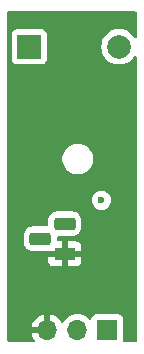
<source format=gbr>
%TF.GenerationSoftware,KiCad,Pcbnew,8.0.3*%
%TF.CreationDate,2024-07-03T12:43:34+02:00*%
%TF.ProjectId,Passive Buzzer Module,50617373-6976-4652-9042-757a7a657220,rev?*%
%TF.SameCoordinates,Original*%
%TF.FileFunction,Copper,L3,Inr*%
%TF.FilePolarity,Positive*%
%FSLAX46Y46*%
G04 Gerber Fmt 4.6, Leading zero omitted, Abs format (unit mm)*
G04 Created by KiCad (PCBNEW 8.0.3) date 2024-07-03 12:43:34*
%MOMM*%
%LPD*%
G01*
G04 APERTURE LIST*
G04 Aperture macros list*
%AMRoundRect*
0 Rectangle with rounded corners*
0 $1 Rounding radius*
0 $2 $3 $4 $5 $6 $7 $8 $9 X,Y pos of 4 corners*
0 Add a 4 corners polygon primitive as box body*
4,1,4,$2,$3,$4,$5,$6,$7,$8,$9,$2,$3,0*
0 Add four circle primitives for the rounded corners*
1,1,$1+$1,$2,$3*
1,1,$1+$1,$4,$5*
1,1,$1+$1,$6,$7*
1,1,$1+$1,$8,$9*
0 Add four rect primitives between the rounded corners*
20,1,$1+$1,$2,$3,$4,$5,0*
20,1,$1+$1,$4,$5,$6,$7,0*
20,1,$1+$1,$6,$7,$8,$9,0*
20,1,$1+$1,$8,$9,$2,$3,0*%
G04 Aperture macros list end*
%TA.AperFunction,ComponentPad*%
%ADD10R,1.800000X1.100000*%
%TD*%
%TA.AperFunction,ComponentPad*%
%ADD11RoundRect,0.275000X0.625000X-0.275000X0.625000X0.275000X-0.625000X0.275000X-0.625000X-0.275000X0*%
%TD*%
%TA.AperFunction,ComponentPad*%
%ADD12R,1.700000X1.700000*%
%TD*%
%TA.AperFunction,ComponentPad*%
%ADD13O,1.700000X1.700000*%
%TD*%
%TA.AperFunction,ComponentPad*%
%ADD14R,2.000000X2.000000*%
%TD*%
%TA.AperFunction,ComponentPad*%
%ADD15C,2.000000*%
%TD*%
%TA.AperFunction,ViaPad*%
%ADD16C,0.600000*%
%TD*%
G04 APERTURE END LIST*
D10*
%TO.N,VCC*%
%TO.C,Q1*%
X136400000Y-106040000D03*
D11*
%TO.N,Net-(Q1-B)*%
X134330000Y-104770000D03*
%TO.N,Net-(BZ1-+)*%
X136400000Y-103500000D03*
%TD*%
D12*
%TO.N,GND*%
%TO.C,J1*%
X140000000Y-112500000D03*
D13*
%TO.N,Net-(J1-Pin_2)*%
X137460000Y-112500000D03*
%TO.N,VCC*%
X134920000Y-112500000D03*
%TD*%
D14*
%TO.N,Net-(BZ1-+)*%
%TO.C,BZ1*%
X133400000Y-88500000D03*
D15*
%TO.N,GND*%
X141000000Y-88500000D03*
%TD*%
D16*
%TO.N,Net-(Q1-B)*%
X139500000Y-101500000D03*
%TD*%
%TA.AperFunction,Conductor*%
%TO.N,VCC*%
G36*
X142443039Y-85519685D02*
G01*
X142488794Y-85572489D01*
X142500000Y-85624000D01*
X142500000Y-87636006D01*
X142480315Y-87703045D01*
X142427511Y-87748800D01*
X142358353Y-87758744D01*
X142294797Y-87729719D01*
X142272191Y-87703828D01*
X142256636Y-87680020D01*
X142188164Y-87575215D01*
X142019744Y-87392262D01*
X141823509Y-87239526D01*
X141823507Y-87239525D01*
X141823506Y-87239524D01*
X141604811Y-87121172D01*
X141604802Y-87121169D01*
X141369616Y-87040429D01*
X141124335Y-86999500D01*
X140875665Y-86999500D01*
X140630383Y-87040429D01*
X140395197Y-87121169D01*
X140395188Y-87121172D01*
X140176493Y-87239524D01*
X139980257Y-87392261D01*
X139811833Y-87575217D01*
X139675826Y-87783393D01*
X139575936Y-88011118D01*
X139514892Y-88252175D01*
X139514890Y-88252187D01*
X139494357Y-88499994D01*
X139494357Y-88500005D01*
X139514890Y-88747812D01*
X139514892Y-88747824D01*
X139575936Y-88988881D01*
X139675826Y-89216606D01*
X139811833Y-89424782D01*
X139811836Y-89424785D01*
X139980256Y-89607738D01*
X140176491Y-89760474D01*
X140395190Y-89878828D01*
X140630386Y-89959571D01*
X140875665Y-90000500D01*
X141124335Y-90000500D01*
X141369614Y-89959571D01*
X141604810Y-89878828D01*
X141823509Y-89760474D01*
X142019744Y-89607738D01*
X142188164Y-89424785D01*
X142272191Y-89296172D01*
X142325337Y-89250815D01*
X142394569Y-89241391D01*
X142457905Y-89270893D01*
X142495236Y-89329953D01*
X142500000Y-89363993D01*
X142500000Y-113376000D01*
X142480315Y-113443039D01*
X142427511Y-113488794D01*
X142376000Y-113500000D01*
X141474500Y-113500000D01*
X141407461Y-113480315D01*
X141361706Y-113427511D01*
X141350500Y-113376000D01*
X141350499Y-111602129D01*
X141350498Y-111602123D01*
X141344091Y-111542516D01*
X141293797Y-111407671D01*
X141293793Y-111407664D01*
X141207547Y-111292455D01*
X141207544Y-111292452D01*
X141092335Y-111206206D01*
X141092328Y-111206202D01*
X140957482Y-111155908D01*
X140957483Y-111155908D01*
X140897883Y-111149501D01*
X140897881Y-111149500D01*
X140897873Y-111149500D01*
X140897864Y-111149500D01*
X139102129Y-111149500D01*
X139102123Y-111149501D01*
X139042516Y-111155908D01*
X138907671Y-111206202D01*
X138907664Y-111206206D01*
X138792455Y-111292452D01*
X138792452Y-111292455D01*
X138706206Y-111407664D01*
X138706203Y-111407669D01*
X138657189Y-111539083D01*
X138615317Y-111595016D01*
X138549853Y-111619433D01*
X138481580Y-111604581D01*
X138453326Y-111583430D01*
X138331402Y-111461506D01*
X138331395Y-111461501D01*
X138137834Y-111325967D01*
X138137830Y-111325965D01*
X138137828Y-111325964D01*
X137923663Y-111226097D01*
X137923659Y-111226096D01*
X137923655Y-111226094D01*
X137695413Y-111164938D01*
X137695403Y-111164936D01*
X137460001Y-111144341D01*
X137459999Y-111144341D01*
X137224596Y-111164936D01*
X137224586Y-111164938D01*
X136996344Y-111226094D01*
X136996335Y-111226098D01*
X136782171Y-111325964D01*
X136782169Y-111325965D01*
X136588597Y-111461505D01*
X136421508Y-111628594D01*
X136291269Y-111814595D01*
X136236692Y-111858219D01*
X136167193Y-111865412D01*
X136104839Y-111833890D01*
X136088119Y-111814594D01*
X135958113Y-111628926D01*
X135958108Y-111628920D01*
X135791082Y-111461894D01*
X135597578Y-111326399D01*
X135383492Y-111226570D01*
X135383486Y-111226567D01*
X135170000Y-111169364D01*
X135170000Y-112066988D01*
X135112993Y-112034075D01*
X134985826Y-112000000D01*
X134854174Y-112000000D01*
X134727007Y-112034075D01*
X134670000Y-112066988D01*
X134670000Y-111169364D01*
X134669999Y-111169364D01*
X134456513Y-111226567D01*
X134456507Y-111226570D01*
X134242422Y-111326399D01*
X134242420Y-111326400D01*
X134048926Y-111461886D01*
X134048920Y-111461891D01*
X133881891Y-111628920D01*
X133881886Y-111628926D01*
X133746400Y-111822420D01*
X133746399Y-111822422D01*
X133646570Y-112036507D01*
X133646567Y-112036513D01*
X133589364Y-112249999D01*
X133589364Y-112250000D01*
X134486988Y-112250000D01*
X134454075Y-112307007D01*
X134420000Y-112434174D01*
X134420000Y-112565826D01*
X134454075Y-112692993D01*
X134486988Y-112750000D01*
X133589364Y-112750000D01*
X133646567Y-112963486D01*
X133646570Y-112963492D01*
X133746400Y-113177579D01*
X133746404Y-113177585D01*
X133835535Y-113304876D01*
X133857863Y-113371082D01*
X133840853Y-113438849D01*
X133789906Y-113486663D01*
X133733961Y-113500000D01*
X131669974Y-113500000D01*
X131602935Y-113480315D01*
X131557180Y-113427511D01*
X131545974Y-113376180D01*
X131533039Y-104451441D01*
X132929500Y-104451441D01*
X132929500Y-105088558D01*
X132944157Y-105218648D01*
X132944159Y-105218658D01*
X132954396Y-105247913D01*
X133001878Y-105383606D01*
X133094853Y-105531576D01*
X133218424Y-105655147D01*
X133366394Y-105748122D01*
X133531343Y-105805841D01*
X133531349Y-105805841D01*
X133531351Y-105805842D01*
X133565993Y-105809745D01*
X133661442Y-105820499D01*
X133661445Y-105820500D01*
X133661448Y-105820500D01*
X134998555Y-105820500D01*
X134998556Y-105820499D01*
X135128657Y-105805841D01*
X135154040Y-105796959D01*
X135194995Y-105790000D01*
X135719670Y-105790000D01*
X135699925Y-105809745D01*
X135650556Y-105895255D01*
X135625000Y-105990630D01*
X135625000Y-106089370D01*
X135650556Y-106184745D01*
X135699925Y-106270255D01*
X135719670Y-106290000D01*
X135000000Y-106290000D01*
X135000000Y-106637844D01*
X135006401Y-106697372D01*
X135006403Y-106697379D01*
X135056645Y-106832086D01*
X135056649Y-106832093D01*
X135142809Y-106947187D01*
X135142812Y-106947190D01*
X135257906Y-107033350D01*
X135257913Y-107033354D01*
X135392620Y-107083596D01*
X135392627Y-107083598D01*
X135452155Y-107089999D01*
X135452172Y-107090000D01*
X136150000Y-107090000D01*
X136650000Y-107090000D01*
X137347828Y-107090000D01*
X137347844Y-107089999D01*
X137407372Y-107083598D01*
X137407379Y-107083596D01*
X137542086Y-107033354D01*
X137542093Y-107033350D01*
X137657187Y-106947190D01*
X137657190Y-106947187D01*
X137743350Y-106832093D01*
X137743354Y-106832086D01*
X137793596Y-106697379D01*
X137793598Y-106697372D01*
X137799999Y-106637844D01*
X137800000Y-106637827D01*
X137800000Y-106290000D01*
X136650000Y-106290000D01*
X136650000Y-107090000D01*
X136150000Y-107090000D01*
X136150000Y-106386410D01*
X136230255Y-106340075D01*
X136300075Y-106270255D01*
X136349444Y-106184745D01*
X136375000Y-106089370D01*
X136375000Y-105990630D01*
X136349444Y-105895255D01*
X136300075Y-105809745D01*
X136280330Y-105790000D01*
X136650000Y-105790000D01*
X137800000Y-105790000D01*
X137800000Y-105442172D01*
X137799999Y-105442155D01*
X137793598Y-105382627D01*
X137793596Y-105382620D01*
X137743354Y-105247913D01*
X137743350Y-105247906D01*
X137657190Y-105132812D01*
X137657187Y-105132809D01*
X137542093Y-105046649D01*
X137542086Y-105046645D01*
X137407379Y-104996403D01*
X137407372Y-104996401D01*
X137347844Y-104990000D01*
X136650000Y-104990000D01*
X136650000Y-105790000D01*
X136280330Y-105790000D01*
X136230255Y-105739925D01*
X136150000Y-105693589D01*
X136150000Y-104990000D01*
X135854500Y-104990000D01*
X135787461Y-104970315D01*
X135741706Y-104917511D01*
X135730500Y-104866000D01*
X135730500Y-104674500D01*
X135750185Y-104607461D01*
X135802989Y-104561706D01*
X135854500Y-104550500D01*
X137068555Y-104550500D01*
X137068556Y-104550499D01*
X137198657Y-104535841D01*
X137363606Y-104478122D01*
X137511576Y-104385147D01*
X137635147Y-104261576D01*
X137728122Y-104113606D01*
X137785841Y-103948657D01*
X137800500Y-103818552D01*
X137800500Y-103181448D01*
X137785841Y-103051343D01*
X137728122Y-102886394D01*
X137635147Y-102738424D01*
X137511576Y-102614853D01*
X137363606Y-102521878D01*
X137363605Y-102521877D01*
X137363604Y-102521877D01*
X137198658Y-102464159D01*
X137198648Y-102464157D01*
X137068558Y-102449500D01*
X137068552Y-102449500D01*
X135731448Y-102449500D01*
X135731441Y-102449500D01*
X135601351Y-102464157D01*
X135601341Y-102464159D01*
X135436395Y-102521877D01*
X135288423Y-102614853D01*
X135164853Y-102738423D01*
X135071877Y-102886395D01*
X135014159Y-103051341D01*
X135014157Y-103051351D01*
X134999500Y-103181441D01*
X134999500Y-103595500D01*
X134979815Y-103662539D01*
X134927011Y-103708294D01*
X134875500Y-103719500D01*
X133661441Y-103719500D01*
X133531351Y-103734157D01*
X133531341Y-103734159D01*
X133366395Y-103791877D01*
X133218423Y-103884853D01*
X133094853Y-104008423D01*
X133001877Y-104156395D01*
X132944159Y-104321341D01*
X132944157Y-104321351D01*
X132929500Y-104451441D01*
X131533039Y-104451441D01*
X131528762Y-101499996D01*
X138694435Y-101499996D01*
X138694435Y-101500003D01*
X138714630Y-101679249D01*
X138714631Y-101679254D01*
X138774211Y-101849523D01*
X138870184Y-102002262D01*
X138997738Y-102129816D01*
X139150478Y-102225789D01*
X139320745Y-102285368D01*
X139320750Y-102285369D01*
X139499996Y-102305565D01*
X139500000Y-102305565D01*
X139500004Y-102305565D01*
X139679249Y-102285369D01*
X139679252Y-102285368D01*
X139679255Y-102285368D01*
X139849522Y-102225789D01*
X140002262Y-102129816D01*
X140129816Y-102002262D01*
X140225789Y-101849522D01*
X140285368Y-101679255D01*
X140305565Y-101500000D01*
X140285368Y-101320745D01*
X140225789Y-101150478D01*
X140129816Y-100997738D01*
X140002262Y-100870184D01*
X139849523Y-100774211D01*
X139679254Y-100714631D01*
X139679249Y-100714630D01*
X139500004Y-100694435D01*
X139499996Y-100694435D01*
X139320750Y-100714630D01*
X139320745Y-100714631D01*
X139150476Y-100774211D01*
X138997737Y-100870184D01*
X138870184Y-100997737D01*
X138774211Y-101150476D01*
X138714631Y-101320745D01*
X138714630Y-101320750D01*
X138694435Y-101499996D01*
X131528762Y-101499996D01*
X131523541Y-97897648D01*
X136199500Y-97897648D01*
X136199500Y-98102351D01*
X136231522Y-98304534D01*
X136294781Y-98499223D01*
X136387715Y-98681613D01*
X136508028Y-98847213D01*
X136652786Y-98991971D01*
X136807749Y-99104556D01*
X136818390Y-99112287D01*
X136934607Y-99171503D01*
X137000776Y-99205218D01*
X137000778Y-99205218D01*
X137000781Y-99205220D01*
X137105137Y-99239127D01*
X137195465Y-99268477D01*
X137296557Y-99284488D01*
X137397648Y-99300500D01*
X137397649Y-99300500D01*
X137602351Y-99300500D01*
X137602352Y-99300500D01*
X137804534Y-99268477D01*
X137999219Y-99205220D01*
X138181610Y-99112287D01*
X138274590Y-99044732D01*
X138347213Y-98991971D01*
X138347215Y-98991968D01*
X138347219Y-98991966D01*
X138491966Y-98847219D01*
X138491968Y-98847215D01*
X138491971Y-98847213D01*
X138544732Y-98774590D01*
X138612287Y-98681610D01*
X138705220Y-98499219D01*
X138768477Y-98304534D01*
X138800500Y-98102352D01*
X138800500Y-97897648D01*
X138768477Y-97695466D01*
X138705220Y-97500781D01*
X138705218Y-97500778D01*
X138705218Y-97500776D01*
X138671503Y-97434607D01*
X138612287Y-97318390D01*
X138604556Y-97307749D01*
X138491971Y-97152786D01*
X138347213Y-97008028D01*
X138181613Y-96887715D01*
X138181612Y-96887714D01*
X138181610Y-96887713D01*
X138124653Y-96858691D01*
X137999223Y-96794781D01*
X137804534Y-96731522D01*
X137629995Y-96703878D01*
X137602352Y-96699500D01*
X137397648Y-96699500D01*
X137373329Y-96703351D01*
X137195465Y-96731522D01*
X137000776Y-96794781D01*
X136818386Y-96887715D01*
X136652786Y-97008028D01*
X136508028Y-97152786D01*
X136387715Y-97318386D01*
X136294781Y-97500776D01*
X136231522Y-97695465D01*
X136199500Y-97897648D01*
X131523541Y-97897648D01*
X131508402Y-87452135D01*
X131899500Y-87452135D01*
X131899500Y-89547870D01*
X131899501Y-89547876D01*
X131905908Y-89607483D01*
X131956202Y-89742328D01*
X131956206Y-89742335D01*
X132042452Y-89857544D01*
X132042455Y-89857547D01*
X132157664Y-89943793D01*
X132157671Y-89943797D01*
X132292517Y-89994091D01*
X132292516Y-89994091D01*
X132299444Y-89994835D01*
X132352127Y-90000500D01*
X134447872Y-90000499D01*
X134507483Y-89994091D01*
X134642331Y-89943796D01*
X134757546Y-89857546D01*
X134843796Y-89742331D01*
X134894091Y-89607483D01*
X134900500Y-89547873D01*
X134900499Y-87452128D01*
X134894091Y-87392517D01*
X134843796Y-87257669D01*
X134843795Y-87257668D01*
X134843793Y-87257664D01*
X134757547Y-87142455D01*
X134757544Y-87142452D01*
X134642335Y-87056206D01*
X134642328Y-87056202D01*
X134507482Y-87005908D01*
X134507483Y-87005908D01*
X134447883Y-86999501D01*
X134447881Y-86999500D01*
X134447873Y-86999500D01*
X134447864Y-86999500D01*
X132352129Y-86999500D01*
X132352123Y-86999501D01*
X132292516Y-87005908D01*
X132157671Y-87056202D01*
X132157664Y-87056206D01*
X132042455Y-87142452D01*
X132042452Y-87142455D01*
X131956206Y-87257664D01*
X131956202Y-87257671D01*
X131905908Y-87392517D01*
X131899501Y-87452116D01*
X131899501Y-87452123D01*
X131899500Y-87452135D01*
X131508402Y-87452135D01*
X131505753Y-85624180D01*
X131525341Y-85557112D01*
X131578078Y-85511280D01*
X131629753Y-85500000D01*
X142376000Y-85500000D01*
X142443039Y-85519685D01*
G37*
%TD.AperFunction*%
%TD*%
M02*

</source>
